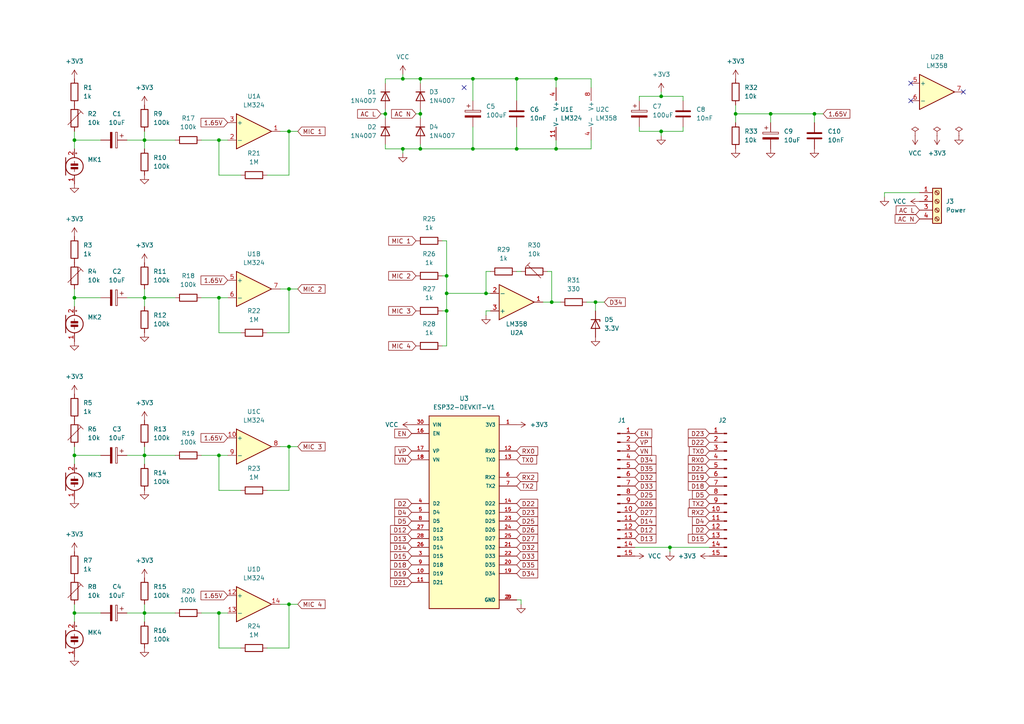
<source format=kicad_sch>
(kicad_sch (version 20211123) (generator eeschema)
  (paper "A4")
  (lib_symbols
    (symbol "Amplifier_Operational:LM324" (pin_names (offset 0.127))
      (property "Reference" "U" (at 0 5.08 0))
      (property "Value" "LM324" (at 0 -5.08 0))
      (symbol "LM324_1_1"
        (pin output line (at 7.62 0 180) (length 2.54) (name "~") (number "1"))
        (pin input line (at -7.62 -2.54 0) (length 2.54) (name "-") (number "2"))
        (pin input line (at -7.62 2.54 0) (length 2.54) (name "+") (number "3"))
      )
      (symbol "LM324_2_1"
        (pin input line (at -7.62 2.54 0) (length 2.54) (name "+") (number "5"))
        (pin input line (at -7.62 -2.54 0) (length 2.54) (name "-") (number "6"))
        (pin output line (at 7.62 0 180) (length 2.54) (name "~") (number "7"))
      )
      (symbol "LM324_3_1"
        (pin input line (at -7.62 2.54 0) (length 2.54) (name "+") (number "10"))
        (pin output line (at 7.62 0 180) (length 2.54) (name "~") (number "8"))
        (pin input line (at -7.62 -2.54 0) (length 2.54) (name "-") (number "9"))
      )
      (symbol "LM324_4_1"
        (pin input line (at -7.62 2.54 0) (length 2.54) (name "+") (number "12"))
        (pin input line (at -7.62 -2.54 0) (length 2.54) (name "-") (number "13"))
        (pin output line (at 7.62 0 180) (length 2.54) (name "~") (number "14"))
      )
      (symbol "LM324_5_1"
        (pin power_in line (at -2.54 -7.62 90) (length 3.81) (name "V-") (number "11"))
        (pin power_in line (at -2.54 7.62 270) (length 3.81) (name "V+") (number "4"))
      )
    )
    (symbol "Amplifier_Operational:LM358" (pin_names (offset 0.127))
      (property "Reference" "U" (at 0 5.08 0))
      (property "Value" "LM358" (at 0 -5.08 0))
      (symbol "LM358_1_1"
        (pin output line (at 7.62 0 180) (length 2.54) (name "~") (number "1"))
        (pin input line (at -7.62 -2.54 0) (length 2.54) (name "-") (number "2"))
        (pin input line (at -7.62 2.54 0) (length 2.54) (name "+") (number "3"))
      )
      (symbol "LM358_2_1"
        (pin input line (at -7.62 2.54 0) (length 2.54) (name "+") (number "5"))
        (pin input line (at -7.62 -2.54 0) (length 2.54) (name "-") (number "6"))
        (pin output line (at 7.62 0 180) (length 2.54) (name "~") (number "7"))
      )
      (symbol "LM358_3_1"
        (pin power_in line (at -2.54 -7.62 90) (length 3.81) (name "V-") (number "4"))
        (pin power_in line (at -2.54 7.62 270) (length 3.81) (name "V+") (number "8"))
      )
    )
    (symbol "Connector:Conn_01x15_Male" (pin_names (offset 1.016) hide)
      (property "Reference" "J" (at 0 20.32 0))
      (property "Value" "Conn_01x15_Male" (at 0 -20.32 0))
      (symbol "Conn_01x15_Male_1_1"
        (pin passive line (at 5.08 17.78 180) (length 3.81) (name "Pin_1") (number "1"))
        (pin passive line (at 5.08 -5.08 180) (length 3.81) (name "Pin_10") (number "10"))
        (pin passive line (at 5.08 -7.62 180) (length 3.81) (name "Pin_11") (number "11"))
        (pin passive line (at 5.08 -10.16 180) (length 3.81) (name "Pin_12") (number "12"))
        (pin passive line (at 5.08 -12.7 180) (length 3.81) (name "Pin_13") (number "13"))
        (pin passive line (at 5.08 -15.24 180) (length 3.81) (name "Pin_14") (number "14"))
        (pin passive line (at 5.08 -17.78 180) (length 3.81) (name "Pin_15") (number "15"))
        (pin passive line (at 5.08 15.24 180) (length 3.81) (name "Pin_2") (number "2"))
        (pin passive line (at 5.08 12.7 180) (length 3.81) (name "Pin_3") (number "3"))
        (pin passive line (at 5.08 10.16 180) (length 3.81) (name "Pin_4") (number "4"))
        (pin passive line (at 5.08 7.62 180) (length 3.81) (name "Pin_5") (number "5"))
        (pin passive line (at 5.08 5.08 180) (length 3.81) (name "Pin_6") (number "6"))
        (pin passive line (at 5.08 2.54 180) (length 3.81) (name "Pin_7") (number "7"))
        (pin passive line (at 5.08 0 180) (length 3.81) (name "Pin_8") (number "8"))
        (pin passive line (at 5.08 -2.54 180) (length 3.81) (name "Pin_9") (number "9"))
      )
    )
    (symbol "Connector:Screw_Terminal_01x04" (pin_names (offset 1.016) hide)
      (property "Reference" "J" (at 0 5.08 0))
      (property "Value" "Screw_Terminal_01x04" (at 0 -7.62 0))
      (symbol "Screw_Terminal_01x04_1_1"
        (pin passive line (at -5.08 2.54 0) (length 3.81) (name "Pin_1") (number "1"))
        (pin passive line (at -5.08 0 0) (length 3.81) (name "Pin_2") (number "2"))
        (pin passive line (at -5.08 -2.54 0) (length 3.81) (name "Pin_3") (number "3"))
        (pin passive line (at -5.08 -5.08 0) (length 3.81) (name "Pin_4") (number "4"))
      )
    )
    (symbol "Device:C" (pin_numbers hide) (pin_names (offset 0.254))
      (property "Reference" "C" (at 0.635 2.54 0))
      (property "Value" "C" (at 0.635 -2.54 0))
      (symbol "C_1_1"
        (pin passive line (at 0 3.81 270) (length 2.794) (name "~") (number "1"))
        (pin passive line (at 0 -3.81 90) (length 2.794) (name "~") (number "2"))
      )
    )
    (symbol "Device:C_Polarized" (pin_numbers hide) (pin_names (offset 0.254))
      (property "Reference" "C" (at 0.635 2.54 0))
      (property "Value" "C_Polarized" (at 0.635 -2.54 0))
      (symbol "C_Polarized_1_1"
        (pin passive line (at 0 3.81 270) (length 2.794) (name "~") (number "1"))
        (pin passive line (at 0 -3.81 90) (length 2.794) (name "~") (number "2"))
      )
    )
    (symbol "Device:D_Zener" (pin_numbers hide) (pin_names (offset 1.016) hide)
      (property "Reference" "D" (at 0 2.54 0))
      (property "Value" "D_Zener" (at 0 -2.54 0))
      (symbol "D_Zener_1_1"
        (pin passive line (at -3.81 0 0) (length 2.54) (name "K") (number "1"))
        (pin passive line (at 3.81 0 180) (length 2.54) (name "A") (number "2"))
      )
    )
    (symbol "Device:Microphone_Condenser" (pin_names (offset 0.0254) hide)
      (property "Reference" "MK" (at -3.302 1.27 0))
      (property "Value" "Microphone_Condenser" (at -3.302 -0.635 0))
      (symbol "Microphone_Condenser_1_1"
        (pin passive line (at 0 -5.08 90) (length 2.54) (name "-") (number "1"))
        (pin passive line (at 0 5.08 270) (length 2.54) (name "+") (number "2"))
      )
    )
    (symbol "Device:R" (pin_numbers hide) (pin_names (offset 0))
      (property "Reference" "R" (at 2.032 0 90))
      (property "Value" "R" (at 0 0 90))
      (symbol "R_1_1"
        (pin passive line (at 0 3.81 270) (length 1.27) (name "~") (number "1"))
        (pin passive line (at 0 -3.81 90) (length 1.27) (name "~") (number "2"))
      )
    )
    (symbol "Device:R_Trim" (pin_numbers hide) (pin_names (offset 0))
      (property "Reference" "R" (at 2.54 -2.54 90))
      (property "Value" "R_Trim" (at -2.54 -0.635 90))
      (symbol "R_Trim_1_1"
        (pin passive line (at 0 3.81 270) (length 1.27) (name "~") (number "1"))
        (pin passive line (at 0 -3.81 90) (length 1.27) (name "~") (number "2"))
      )
    )
    (symbol "Diode:1N4007" (pin_numbers hide) (pin_names (offset 1.016) hide)
      (property "Reference" "D" (at 0 2.54 0))
      (property "Value" "1N4007" (at 0 -2.54 0))
      (symbol "1N4007_1_1"
        (pin passive line (at -3.81 0 0) (length 2.54) (name "K") (number "1"))
        (pin passive line (at 3.81 0 180) (length 2.54) (name "A") (number "2"))
      )
    )
    (symbol "ESP32-DEVKIT-V1:ESP32-DEVKIT-V1" (pin_names (offset 1.016))
      (property "Reference" "U" (at -10.16 30.48 0))
      (property "Value" "ESP32-DEVKIT-V1" (at -10.16 -30.48 0))
      (symbol "ESP32-DEVKIT-V1_0_0"
        (pin output line (at 15.24 25.4 180) (length 5.08) (name "3V3") (number "1"))
        (pin bidirectional line (at -15.24 -17.78 0) (length 5.08) (name "D19") (number "10"))
        (pin bidirectional line (at -15.24 -20.32 0) (length 5.08) (name "D21") (number "11"))
        (pin input line (at 15.24 17.78 180) (length 5.08) (name "RX0") (number "12"))
        (pin output line (at 15.24 15.24 180) (length 5.08) (name "TX0") (number "13"))
        (pin bidirectional line (at 15.24 2.54 180) (length 5.08) (name "D22") (number "14"))
        (pin bidirectional line (at 15.24 0 180) (length 5.08) (name "D23") (number "15"))
        (pin input line (at -15.24 22.86 0) (length 5.08) (name "EN") (number "16"))
        (pin bidirectional line (at -15.24 17.78 0) (length 5.08) (name "VP") (number "17"))
        (pin bidirectional line (at -15.24 15.24 0) (length 5.08) (name "VN") (number "18"))
        (pin bidirectional line (at 15.24 -17.78 180) (length 5.08) (name "D34") (number "19"))
        (pin power_in line (at 15.24 -25.4 180) (length 5.08) (name "GND") (number "2"))
        (pin bidirectional line (at 15.24 -15.24 180) (length 5.08) (name "D35") (number "20"))
        (pin bidirectional line (at 15.24 -10.16 180) (length 5.08) (name "D32") (number "21"))
        (pin bidirectional line (at 15.24 -12.7 180) (length 5.08) (name "D33") (number "22"))
        (pin bidirectional line (at 15.24 -2.54 180) (length 5.08) (name "D25") (number "23"))
        (pin bidirectional line (at 15.24 -5.08 180) (length 5.08) (name "D26") (number "24"))
        (pin bidirectional line (at 15.24 -7.62 180) (length 5.08) (name "D27") (number "25"))
        (pin bidirectional line (at -15.24 -10.16 0) (length 5.08) (name "D14") (number "26"))
        (pin bidirectional line (at -15.24 -5.08 0) (length 5.08) (name "D12") (number "27"))
        (pin bidirectional line (at -15.24 -7.62 0) (length 5.08) (name "D13") (number "28"))
        (pin power_in line (at 15.24 -25.4 180) (length 5.08) (name "GND") (number "29"))
        (pin bidirectional line (at -15.24 -12.7 0) (length 5.08) (name "D15") (number "3"))
        (pin input line (at -15.24 25.4 0) (length 5.08) (name "VIN") (number "30"))
        (pin bidirectional line (at -15.24 2.54 0) (length 5.08) (name "D2") (number "4"))
        (pin bidirectional line (at -15.24 0 0) (length 5.08) (name "D4") (number "5"))
        (pin input line (at 15.24 10.16 180) (length 5.08) (name "RX2") (number "6"))
        (pin output line (at 15.24 7.62 180) (length 5.08) (name "TX2") (number "7"))
        (pin bidirectional line (at -15.24 -2.54 0) (length 5.08) (name "D5") (number "8"))
        (pin bidirectional line (at -15.24 -15.24 0) (length 5.08) (name "D18") (number "9"))
      )
    )
    (symbol "power:+3.3V" (power) (pin_names (offset 0))
      (property "Value" "+3.3V" (at 0 3.556 0))
      (symbol "+3.3V_1_1"
        (pin power_in line (at 0 0 90) (length 0) hide (name "+3V3") (number "1"))
      )
    )
    (symbol "power:GND" (power) (pin_names (offset 0))
      (property "Value" "GND" (at 0 -3.81 0))
      (symbol "GND_1_1"
        (pin power_in line (at 0 0 270) (length 0) hide (name "GND") (number "1"))
      )
    )
    (symbol "power:PWR_FLAG" (power) (pin_numbers hide) (pin_names (offset 0) hide)
      (property "Value" "PWR_FLAG" (at 0 3.81 0))
      (symbol "PWR_FLAG_0_0"
        (pin power_out line (at 0 0 90) (length 0) (name "pwr") (number "1"))
      )
    )
    (symbol "power:VCC" (power) (pin_names (offset 0))
      (property "Value" "VCC" (at 0 3.81 0))
      (symbol "VCC_1_1"
        (pin power_in line (at 0 0 90) (length 0) hide (name "VCC") (number "1"))
      )
    )
  )
  (junction (at 21.59 177.8))
  (junction (at 116.84 22.86))
  (junction (at 149.86 22.86))
  (junction (at 194.31 158.75))
  (junction (at 223.52 33.02))
  (junction (at 41.91 177.8))
  (junction (at 191.77 27.94))
  (junction (at 63.5 177.8))
  (junction (at 137.16 43.18))
  (junction (at 121.92 22.86))
  (junction (at 63.5 132.08))
  (junction (at 137.16 22.86))
  (junction (at 116.84 43.18))
  (junction (at 121.92 43.18))
  (junction (at 129.54 90.17))
  (junction (at 172.72 87.63))
  (junction (at 213.36 33.02))
  (junction (at 129.54 85.09))
  (junction (at 140.97 85.09))
  (junction (at 236.22 33.02))
  (junction (at 41.91 132.08))
  (junction (at 21.59 40.64))
  (junction (at 41.91 86.36))
  (junction (at 191.77 38.1))
  (junction (at 83.82 175.26))
  (junction (at 83.82 83.82))
  (junction (at 21.59 132.08))
  (junction (at 160.02 87.63))
  (junction (at 63.5 40.64))
  (junction (at 83.82 38.1))
  (junction (at 161.29 43.18))
  (junction (at 121.92 33.02))
  (junction (at 41.91 40.64))
  (junction (at 83.82 129.54))
  (junction (at 161.29 22.86))
  (junction (at 129.54 80.01))
  (junction (at 21.59 86.36))
  (junction (at 63.5 86.36))
  (junction (at 149.86 43.18))
  (junction (at 111.76 33.02))
  (no_connect (at 264.16 29.21))
  (no_connect (at 264.16 24.13))
  (no_connect (at 279.4 26.67))
  (no_connect (at 134.62 25.4))
  (wire (pts (xy 83.82 38.1) (xy 81.28 38.1)))
  (wire (pts (xy 63.5 187.96) (xy 63.5 177.8)))
  (wire (pts (xy 223.52 33.02) (xy 223.52 35.56)))
  (wire (pts (xy 77.47 142.24) (xy 83.82 142.24)))
  (wire (pts (xy 21.59 40.64) (xy 21.59 43.18)))
  (wire (pts (xy 137.16 29.21) (xy 137.16 22.86)))
  (wire (pts (xy 21.59 132.08) (xy 21.59 134.62)))
  (wire (pts (xy 160.02 87.63) (xy 157.48 87.63)))
  (wire (pts (xy 121.92 22.86) (xy 121.92 24.13)))
  (wire (pts (xy 21.59 132.08) (xy 29.21 132.08)))
  (wire (pts (xy 111.76 41.91) (xy 111.76 43.18)))
  (wire (pts (xy 191.77 27.94) (xy 198.12 27.94)))
  (wire (pts (xy 198.12 27.94) (xy 198.12 29.21)))
  (wire (pts (xy 140.97 91.44) (xy 140.97 90.17)))
  (wire (pts (xy 21.59 86.36) (xy 21.59 88.9)))
  (wire (pts (xy 185.42 38.1) (xy 191.77 38.1)))
  (wire (pts (xy 184.15 158.75) (xy 194.31 158.75)))
  (wire (pts (xy 83.82 142.24) (xy 83.82 129.54)))
  (wire (pts (xy 41.91 38.1) (xy 41.91 40.64)))
  (wire (pts (xy 129.54 85.09) (xy 129.54 80.01)))
  (wire (pts (xy 111.76 31.75) (xy 111.76 33.02)))
  (wire (pts (xy 120.65 33.02) (xy 121.92 33.02)))
  (wire (pts (xy 116.84 43.18) (xy 116.84 44.45)))
  (wire (pts (xy 121.92 33.02) (xy 121.92 34.29)))
  (wire (pts (xy 21.59 38.1) (xy 21.59 40.64)))
  (wire (pts (xy 77.47 96.52) (xy 83.82 96.52)))
  (wire (pts (xy 41.91 129.54) (xy 41.91 132.08)))
  (wire (pts (xy 21.59 175.26) (xy 21.59 177.8)))
  (wire (pts (xy 83.82 38.1) (xy 86.36 38.1)))
  (wire (pts (xy 41.91 177.8) (xy 41.91 180.34)))
  (wire (pts (xy 213.36 30.48) (xy 213.36 33.02)))
  (wire (pts (xy 41.91 40.64) (xy 41.91 43.18)))
  (wire (pts (xy 185.42 36.83) (xy 185.42 38.1)))
  (wire (pts (xy 140.97 90.17) (xy 142.24 90.17)))
  (wire (pts (xy 83.82 129.54) (xy 86.36 129.54)))
  (wire (pts (xy 121.92 22.86) (xy 137.16 22.86)))
  (wire (pts (xy 111.76 24.13) (xy 111.76 22.86)))
  (wire (pts (xy 83.82 175.26) (xy 86.36 175.26)))
  (wire (pts (xy 128.27 80.01) (xy 129.54 80.01)))
  (wire (pts (xy 160.02 87.63) (xy 162.56 87.63)))
  (wire (pts (xy 137.16 43.18) (xy 149.86 43.18)))
  (wire (pts (xy 36.83 132.08) (xy 41.91 132.08)))
  (wire (pts (xy 161.29 43.18) (xy 149.86 43.18)))
  (wire (pts (xy 36.83 177.8) (xy 41.91 177.8)))
  (wire (pts (xy 83.82 175.26) (xy 81.28 175.26)))
  (wire (pts (xy 140.97 78.74) (xy 142.24 78.74)))
  (wire (pts (xy 128.27 100.33) (xy 129.54 100.33)))
  (wire (pts (xy 129.54 90.17) (xy 129.54 85.09)))
  (wire (pts (xy 129.54 85.09) (xy 140.97 85.09)))
  (wire (pts (xy 236.22 33.02) (xy 238.76 33.02)))
  (wire (pts (xy 161.29 22.86) (xy 171.45 22.86)))
  (wire (pts (xy 137.16 22.86) (xy 149.86 22.86)))
  (wire (pts (xy 191.77 38.1) (xy 198.12 38.1)))
  (wire (pts (xy 110.49 33.02) (xy 111.76 33.02)))
  (wire (pts (xy 69.85 50.8) (xy 63.5 50.8)))
  (wire (pts (xy 236.22 33.02) (xy 236.22 35.56)))
  (wire (pts (xy 140.97 78.74) (xy 140.97 85.09)))
  (wire (pts (xy 171.45 43.18) (xy 161.29 43.18)))
  (wire (pts (xy 116.84 43.18) (xy 121.92 43.18)))
  (wire (pts (xy 41.91 40.64) (xy 50.8 40.64)))
  (wire (pts (xy 151.13 173.99) (xy 149.86 173.99)))
  (wire (pts (xy 77.47 187.96) (xy 83.82 187.96)))
  (wire (pts (xy 149.86 36.83) (xy 149.86 43.18)))
  (wire (pts (xy 129.54 80.01) (xy 129.54 69.85)))
  (wire (pts (xy 36.83 86.36) (xy 41.91 86.36)))
  (wire (pts (xy 63.5 40.64) (xy 66.04 40.64)))
  (wire (pts (xy 158.75 78.74) (xy 160.02 78.74)))
  (wire (pts (xy 170.18 87.63) (xy 172.72 87.63)))
  (wire (pts (xy 121.92 43.18) (xy 121.92 41.91)))
  (wire (pts (xy 116.84 21.59) (xy 116.84 22.86)))
  (wire (pts (xy 121.92 31.75) (xy 121.92 33.02)))
  (wire (pts (xy 58.42 132.08) (xy 63.5 132.08)))
  (wire (pts (xy 116.84 22.86) (xy 121.92 22.86)))
  (wire (pts (xy 194.31 158.75) (xy 194.31 160.02)))
  (wire (pts (xy 185.42 27.94) (xy 191.77 27.94)))
  (wire (pts (xy 223.52 33.02) (xy 236.22 33.02)))
  (wire (pts (xy 137.16 36.83) (xy 137.16 43.18)))
  (wire (pts (xy 129.54 69.85) (xy 128.27 69.85)))
  (wire (pts (xy 171.45 40.64) (xy 171.45 43.18)))
  (wire (pts (xy 111.76 22.86) (xy 116.84 22.86)))
  (wire (pts (xy 172.72 87.63) (xy 175.26 87.63)))
  (wire (pts (xy 256.54 57.15) (xy 256.54 55.88)))
  (wire (pts (xy 41.91 175.26) (xy 41.91 177.8)))
  (wire (pts (xy 185.42 29.21) (xy 185.42 27.94)))
  (wire (pts (xy 41.91 86.36) (xy 50.8 86.36)))
  (wire (pts (xy 63.5 132.08) (xy 66.04 132.08)))
  (wire (pts (xy 63.5 86.36) (xy 66.04 86.36)))
  (wire (pts (xy 83.82 96.52) (xy 83.82 83.82)))
  (wire (pts (xy 63.5 50.8) (xy 63.5 40.64)))
  (wire (pts (xy 128.27 90.17) (xy 129.54 90.17)))
  (wire (pts (xy 83.82 50.8) (xy 83.82 38.1)))
  (wire (pts (xy 161.29 40.64) (xy 161.29 43.18)))
  (wire (pts (xy 198.12 36.83) (xy 198.12 38.1)))
  (wire (pts (xy 149.86 22.86) (xy 161.29 22.86)))
  (wire (pts (xy 41.91 132.08) (xy 50.8 132.08)))
  (wire (pts (xy 191.77 27.94) (xy 191.77 26.67)))
  (wire (pts (xy 83.82 129.54) (xy 81.28 129.54)))
  (wire (pts (xy 21.59 177.8) (xy 29.21 177.8)))
  (wire (pts (xy 21.59 129.54) (xy 21.59 132.08)))
  (wire (pts (xy 140.97 85.09) (xy 142.24 85.09)))
  (wire (pts (xy 63.5 142.24) (xy 63.5 132.08)))
  (wire (pts (xy 41.91 86.36) (xy 41.91 88.9)))
  (wire (pts (xy 69.85 142.24) (xy 63.5 142.24)))
  (wire (pts (xy 69.85 96.52) (xy 63.5 96.52)))
  (wire (pts (xy 137.16 43.18) (xy 121.92 43.18)))
  (wire (pts (xy 256.54 55.88) (xy 266.7 55.88)))
  (wire (pts (xy 151.13 175.26) (xy 151.13 173.99)))
  (wire (pts (xy 41.91 132.08) (xy 41.91 134.62)))
  (wire (pts (xy 69.85 187.96) (xy 63.5 187.96)))
  (wire (pts (xy 41.91 83.82) (xy 41.91 86.36)))
  (wire (pts (xy 21.59 177.8) (xy 21.59 180.34)))
  (wire (pts (xy 191.77 38.1) (xy 191.77 39.37)))
  (wire (pts (xy 172.72 87.63) (xy 172.72 90.17)))
  (wire (pts (xy 21.59 86.36) (xy 29.21 86.36)))
  (wire (pts (xy 41.91 177.8) (xy 50.8 177.8)))
  (wire (pts (xy 58.42 177.8) (xy 63.5 177.8)))
  (wire (pts (xy 63.5 96.52) (xy 63.5 86.36)))
  (wire (pts (xy 21.59 40.64) (xy 29.21 40.64)))
  (wire (pts (xy 149.86 78.74) (xy 151.13 78.74)))
  (wire (pts (xy 77.47 50.8) (xy 83.82 50.8)))
  (wire (pts (xy 63.5 177.8) (xy 66.04 177.8)))
  (wire (pts (xy 161.29 22.86) (xy 161.29 25.4)))
  (wire (pts (xy 58.42 86.36) (xy 63.5 86.36)))
  (wire (pts (xy 194.31 158.75) (xy 205.74 158.75)))
  (wire (pts (xy 21.59 83.82) (xy 21.59 86.36)))
  (wire (pts (xy 160.02 78.74) (xy 160.02 87.63)))
  (wire (pts (xy 213.36 33.02) (xy 223.52 33.02)))
  (wire (pts (xy 171.45 22.86) (xy 171.45 25.4)))
  (wire (pts (xy 111.76 43.18) (xy 116.84 43.18)))
  (wire (pts (xy 111.76 33.02) (xy 111.76 34.29)))
  (wire (pts (xy 83.82 83.82) (xy 86.36 83.82)))
  (wire (pts (xy 36.83 40.64) (xy 41.91 40.64)))
  (wire (pts (xy 213.36 33.02) (xy 213.36 35.56)))
  (wire (pts (xy 129.54 100.33) (xy 129.54 90.17)))
  (wire (pts (xy 149.86 29.21) (xy 149.86 22.86)))
  (wire (pts (xy 83.82 187.96) (xy 83.82 175.26)))
  (wire (pts (xy 58.42 40.64) (xy 63.5 40.64)))
  (wire (pts (xy 83.82 83.82) (xy 81.28 83.82)))
  (global_label "D19" (shape input) (at 205.74 138.43 180) (property "Intersheet References" "${INTERSHEET_REFS}" (effects hide)))
  (global_label "AC N" (shape input) (at 266.7 63.5 180) (property "Intersheet References" "${INTERSHEET_REFS}" (effects hide)))
  (global_label "MIC 4" (shape input) (at 86.36 175.26 0) (property "Intersheet References" "${INTERSHEET_REFS}" (effects hide)))
  (global_label "D14" (shape input) (at 119.38 158.75 180) (property "Intersheet References" "${INTERSHEET_REFS}" (effects hide)))
  (global_label "D5" (shape input) (at 205.74 143.51 180) (property "Intersheet References" "${INTERSHEET_REFS}" (effects hide)))
  (global_label "D34" (shape input) (at 184.15 133.35 0) (property "Intersheet References" "${INTERSHEET_REFS}" (effects hide)))
  (global_label "D12" (shape input) (at 184.15 153.67 0) (property "Intersheet References" "${INTERSHEET_REFS}" (effects hide)))
  (global_label "MIC 2" (shape input) (at 120.65 80.01 180) (property "Intersheet References" "${INTERSHEET_REFS}" (effects hide)))
  (global_label "1.65V" (shape input) (at 66.04 81.28 180) (property "Intersheet References" "${INTERSHEET_REFS}" (effects hide)))
  (global_label "MIC 2" (shape input) (at 86.36 83.82 0) (property "Intersheet References" "${INTERSHEET_REFS}" (effects hide)))
  (global_label "D26" (shape input) (at 184.15 146.05 0) (property "Intersheet References" "${INTERSHEET_REFS}" (effects hide)))
  (global_label "D18" (shape input) (at 205.74 140.97 180) (property "Intersheet References" "${INTERSHEET_REFS}" (effects hide)))
  (global_label "VN" (shape input) (at 119.38 133.35 180) (property "Intersheet References" "${INTERSHEET_REFS}" (effects hide)))
  (global_label "AC L" (shape input) (at 266.7 60.96 180) (property "Intersheet References" "${INTERSHEET_REFS}" (effects hide)))
  (global_label "TX0" (shape input) (at 205.74 130.81 180) (property "Intersheet References" "${INTERSHEET_REFS}" (effects hide)))
  (global_label "RX2" (shape input) (at 149.86 138.43 0) (property "Intersheet References" "${INTERSHEET_REFS}" (effects hide)))
  (global_label "MIC 3" (shape input) (at 120.65 90.17 180) (property "Intersheet References" "${INTERSHEET_REFS}" (effects hide)))
  (global_label "D5" (shape input) (at 119.38 151.13 180) (property "Intersheet References" "${INTERSHEET_REFS}" (effects hide)))
  (global_label "D27" (shape input) (at 184.15 148.59 0) (property "Intersheet References" "${INTERSHEET_REFS}" (effects hide)))
  (global_label "TX2" (shape input) (at 205.74 146.05 180) (property "Intersheet References" "${INTERSHEET_REFS}" (effects hide)))
  (global_label "D19" (shape input) (at 119.38 166.37 180) (property "Intersheet References" "${INTERSHEET_REFS}" (effects hide)))
  (global_label "TX2" (shape input) (at 149.86 140.97 0) (property "Intersheet References" "${INTERSHEET_REFS}" (effects hide)))
  (global_label "D15" (shape input) (at 119.38 161.29 180) (property "Intersheet References" "${INTERSHEET_REFS}" (effects hide)))
  (global_label "1.65V" (shape input) (at 66.04 35.56 180) (property "Intersheet References" "${INTERSHEET_REFS}" (effects hide)))
  (global_label "AC N" (shape input) (at 120.65 33.02 180) (property "Intersheet References" "${INTERSHEET_REFS}" (effects hide)))
  (global_label "TX0" (shape input) (at 149.86 133.35 0) (property "Intersheet References" "${INTERSHEET_REFS}" (effects hide)))
  (global_label "D32" (shape input) (at 149.86 158.75 0) (property "Intersheet References" "${INTERSHEET_REFS}" (effects hide)))
  (global_label "VP" (shape input) (at 184.15 128.27 0) (property "Intersheet References" "${INTERSHEET_REFS}" (effects hide)))
  (global_label "VN" (shape input) (at 184.15 130.81 0) (property "Intersheet References" "${INTERSHEET_REFS}" (effects hide)))
  (global_label "D2" (shape input) (at 205.74 153.67 180) (property "Intersheet References" "${INTERSHEET_REFS}" (effects hide)))
  (global_label "1.65V" (shape input) (at 66.04 172.72 180) (property "Intersheet References" "${INTERSHEET_REFS}" (effects hide)))
  (global_label "D32" (shape input) (at 184.15 138.43 0) (property "Intersheet References" "${INTERSHEET_REFS}" (effects hide)))
  (global_label "D22" (shape input) (at 149.86 146.05 0) (property "Intersheet References" "${INTERSHEET_REFS}" (effects hide)))
  (global_label "D13" (shape input) (at 184.15 156.21 0) (property "Intersheet References" "${INTERSHEET_REFS}" (effects hide)))
  (global_label "RX0" (shape input) (at 205.74 133.35 180) (property "Intersheet References" "${INTERSHEET_REFS}" (effects hide)))
  (global_label "D12" (shape input) (at 119.38 153.67 180) (property "Intersheet References" "${INTERSHEET_REFS}" (effects hide)))
  (global_label "1.65V" (shape input) (at 238.76 33.02 0) (property "Intersheet References" "${INTERSHEET_REFS}" (effects hide)))
  (global_label "D34" (shape input) (at 175.26 87.63 0) (property "Intersheet References" "${INTERSHEET_REFS}" (effects hide)))
  (global_label "D27" (shape input) (at 149.86 156.21 0) (property "Intersheet References" "${INTERSHEET_REFS}" (effects hide)))
  (global_label "EN" (shape input) (at 119.38 125.73 180) (property "Intersheet References" "${INTERSHEET_REFS}" (effects hide)))
  (global_label "D4" (shape input) (at 119.38 148.59 180) (property "Intersheet References" "${INTERSHEET_REFS}" (effects hide)))
  (global_label "D25" (shape input) (at 149.86 151.13 0) (property "Intersheet References" "${INTERSHEET_REFS}" (effects hide)))
  (global_label "D23" (shape input) (at 205.74 125.73 180) (property "Intersheet References" "${INTERSHEET_REFS}" (effects hide)))
  (global_label "D34" (shape input) (at 149.86 166.37 0) (property "Intersheet References" "${INTERSHEET_REFS}" (effects hide)))
  (global_label "D33" (shape input) (at 149.86 161.29 0) (property "Intersheet References" "${INTERSHEET_REFS}" (effects hide)))
  (global_label "VP" (shape input) (at 119.38 130.81 180) (property "Intersheet References" "${INTERSHEET_REFS}" (effects hide)))
  (global_label "MIC 1" (shape input) (at 120.65 69.85 180) (property "Intersheet References" "${INTERSHEET_REFS}" (effects hide)))
  (global_label "RX0" (shape input) (at 149.86 130.81 0) (property "Intersheet References" "${INTERSHEET_REFS}" (effects hide)))
  (global_label "D4" (shape input) (at 205.74 151.13 180) (property "Intersheet References" "${INTERSHEET_REFS}" (effects hide)))
  (global_label "D15" (shape input) (at 205.74 156.21 180) (property "Intersheet References" "${INTERSHEET_REFS}" (effects hide)))
  (global_label "MIC 4" (shape input) (at 120.65 100.33 180) (property "Intersheet References" "${INTERSHEET_REFS}" (effects hide)))
  (global_label "MIC 3" (shape input) (at 86.36 129.54 0) (property "Intersheet References" "${INTERSHEET_REFS}" (effects hide)))
  (global_label "D18" (shape input) (at 119.38 163.83 180) (property "Intersheet References" "${INTERSHEET_REFS}" (effects hide)))
  (global_label "D26" (shape input) (at 149.86 153.67 0) (property "Intersheet References" "${INTERSHEET_REFS}" (effects hide)))
  (global_label "D14" (shape input) (at 184.15 151.13 0) (property "Intersheet References" "${INTERSHEET_REFS}" (effects hide)))
  (global_label "D35" (shape input) (at 149.86 163.83 0) (property "Intersheet References" "${INTERSHEET_REFS}" (effects hide)))
  (global_label "D21" (shape input) (at 205.74 135.89 180) (property "Intersheet References" "${INTERSHEET_REFS}" (effects hide)))
  (global_label "D25" (shape input) (at 184.15 143.51 0) (property "Intersheet References" "${INTERSHEET_REFS}" (effects hide)))
  (global_label "D21" (shape input) (at 119.38 168.91 180) (property "Intersheet References" "${INTERSHEET_REFS}" (effects hide)))
  (global_label "EN" (shape input) (at 184.15 125.73 0) (property "Intersheet References" "${INTERSHEET_REFS}" (effects hide)))
  (global_label "D23" (shape input) (at 149.86 148.59 0) (property "Intersheet References" "${INTERSHEET_REFS}" (effects hide)))
  (global_label "D33" (shape input) (at 184.15 140.97 0) (property "Intersheet References" "${INTERSHEET_REFS}" (effects hide)))
  (global_label "1.65V" (shape input) (at 66.04 127 180) (property "Intersheet References" "${INTERSHEET_REFS}" (effects hide)))
  (global_label "AC L" (shape input) (at 110.49 33.02 180) (property "Intersheet References" "${INTERSHEET_REFS}" (effects hide)))
  (global_label "MIC 1" (shape input) (at 86.36 38.1 0) (property "Intersheet References" "${INTERSHEET_REFS}" (effects hide)))
  (global_label "D2" (shape input) (at 119.38 146.05 180) (property "Intersheet References" "${INTERSHEET_REFS}" (effects hide)))
  (global_label "D35" (shape input) (at 184.15 135.89 0) (property "Intersheet References" "${INTERSHEET_REFS}" (effects hide)))
  (global_label "RX2" (shape input) (at 205.74 148.59 180) (property "Intersheet References" "${INTERSHEET_REFS}" (effects hide)))
  (global_label "D13" (shape input) (at 119.38 156.21 180) (property "Intersheet References" "${INTERSHEET_REFS}" (effects hide)))
  (global_label "D22" (shape input) (at 205.74 128.27 180) (property "Intersheet References" "${INTERSHEET_REFS}" (effects hide)))
  (symbol (lib_id "power:GND") (at 213.36 43.18 0) (unit 1)
    (property "Reference" "#PWR030" (effects hide))
    (property "Value" "GND" (effects hide))
  )
  (symbol (lib_id "Device:R") (at 41.91 138.43 0) (unit 1)
    (property "Reference" "R14" (at 44.45 137.1599 0) (effects (justify left)))
    (property "Value" "100k" (at 44.45 139.6999 0) (effects (justify left)))
    (property "Footprint" "Resistor_THT:R_Axial_DIN0207_L6.3mm_D2.5mm_P7.62mm_Horizontal" (effects hide))
  )
  (symbol (lib_id "power:+3.3V") (at 41.91 76.2 0) (unit 1)
    (property "Reference" "#PWR011" (effects hide))
    (property "Value" "+3.3V" (at 41.91 71.12 0))
  )
  (symbol (lib_id "power:VCC") (at 119.38 123.19 90) (unit 1)
    (property "Reference" "#PWR019" (effects hide))
    (property "Value" "VCC" (at 115.57 123.1899 90) (effects (justify left)))
  )
  (symbol (lib_id "Device:R") (at 166.37 87.63 90) (unit 1)
    (property "Reference" "R31" (at 166.37 81.28 90))
    (property "Value" "330" (at 166.37 83.82 90))
    (property "Footprint" "Resistor_THT:R_Axial_DIN0207_L6.3mm_D2.5mm_P7.62mm_Horizontal" (effects hide))
  )
  (symbol (lib_id "Device:R") (at 21.59 26.67 0) (unit 1)
    (property "Reference" "R1" (at 24.13 25.3999 0) (effects (justify left)))
    (property "Value" "1k" (at 24.13 27.9399 0) (effects (justify left)))
    (property "Footprint" "Resistor_THT:R_Axial_DIN0207_L6.3mm_D2.5mm_P7.62mm_Horizontal" (effects hide))
  )
  (symbol (lib_id "Device:R_Trim") (at 21.59 171.45 0) (unit 1)
    (property "Reference" "R8" (at 25.4 170.1799 0) (effects (justify left)))
    (property "Value" "10k" (at 25.4 172.7199 0) (effects (justify left)))
    (property "Footprint" "Potentiometer_THT:Potentiometer_Runtron_RM-065_Vertical" (effects hide))
  )
  (symbol (lib_id "Amplifier_Operational:LM358") (at 271.78 26.67 0) (unit 2)
    (property "Reference" "U2" (at 271.78 16.51 0))
    (property "Value" "LM358" (at 271.78 19.05 0))
    (property "Footprint" "Package_DIP:DIP-8_W7.62mm_Socket" (effects hide))
    (property "Datasheet" "http://www.ti.com/lit/ds/symlink/lm2904-n.pdf" (effects hide))
  )
  (symbol (lib_id "Connector:Conn_01x15_Male") (at 210.82 143.51 0) (mirror y) (unit 1)
    (property "Reference" "J2" (at 209.55 121.92 0))
    (property "Value" "Conn_01x15_Male" (effects hide))
    (property "Footprint" "Connector_PinHeader_2.54mm:PinHeader_1x15_P2.54mm_Vertical" (effects hide))
  )
  (symbol (lib_id "Device:Microphone_Condenser") (at 21.59 48.26 0) (unit 1)
    (property "Reference" "MK1" (at 25.4 46.2914 0) (effects (justify left)))
    (property "Value" "Microphone_Condenser" (effects hide))
    (property "Footprint" "Connector_PinHeader_2.54mm:PinHeader_1x02_P2.54mm_Vertical" (effects hide))
  )
  (symbol (lib_id "Device:R") (at 41.91 46.99 0) (unit 1)
    (property "Reference" "R10" (at 44.45 45.7199 0) (effects (justify left)))
    (property "Value" "100k" (at 44.45 48.2599 0) (effects (justify left)))
    (property "Footprint" "Resistor_THT:R_Axial_DIN0207_L6.3mm_D2.5mm_P7.62mm_Horizontal" (effects hide))
  )
  (symbol (lib_id "power:GND") (at 41.91 50.8 0) (unit 1)
    (property "Reference" "#PWR010" (effects hide))
    (property "Value" "GND" (effects hide))
  )
  (symbol (lib_id "Device:R") (at 213.36 26.67 0) (unit 1)
    (property "Reference" "R32" (at 215.9 25.3999 0) (effects (justify left)))
    (property "Value" "10k" (at 215.9 27.9399 0) (effects (justify left)))
    (property "Footprint" "Resistor_THT:R_Axial_DIN0207_L6.3mm_D2.5mm_P7.62mm_Horizontal" (effects hide))
  )
  (symbol (lib_id "Amplifier_Operational:LM324") (at 73.66 175.26 0) (unit 4)
    (property "Reference" "U1" (at 73.66 165.1 0))
    (property "Value" "LM324" (at 73.66 167.64 0))
    (property "Footprint" "Package_DIP:DIP-14_W7.62mm_Socket" (effects hide))
    (property "Datasheet" "http://www.ti.com/lit/ds/symlink/lm2902-n.pdf" (effects hide))
  )
  (symbol (lib_id "Device:R") (at 41.91 92.71 0) (unit 1)
    (property "Reference" "R12" (at 44.45 91.4399 0) (effects (justify left)))
    (property "Value" "100k" (at 44.45 93.9799 0) (effects (justify left)))
    (property "Footprint" "Resistor_THT:R_Axial_DIN0207_L6.3mm_D2.5mm_P7.62mm_Horizontal" (effects hide))
  )
  (symbol (lib_id "power:GND") (at 41.91 96.52 0) (unit 1)
    (property "Reference" "#PWR012" (effects hide))
    (property "Value" "GND" (effects hide))
  )
  (symbol (lib_id "Device:R") (at 41.91 171.45 0) (unit 1)
    (property "Reference" "R15" (at 44.45 170.1799 0) (effects (justify left)))
    (property "Value" "100k" (at 44.45 172.7199 0) (effects (justify left)))
    (property "Footprint" "Resistor_THT:R_Axial_DIN0207_L6.3mm_D2.5mm_P7.62mm_Horizontal" (effects hide))
  )
  (symbol (lib_id "power:PWR_FLAG") (at 265.43 39.37 0) (unit 1)
    (property "Reference" "#FLG0102" (effects hide))
    (property "Value" "PWR_FLAG" (effects hide))
  )
  (symbol (lib_id "power:GND") (at 278.13 39.37 0) (unit 1)
    (property "Reference" "#PWR0103" (effects hide))
    (property "Value" "GND" (effects hide))
  )
  (symbol (lib_id "Diode:1N4007") (at 121.92 27.94 270) (unit 1)
    (property "Reference" "D3" (at 124.46 26.6699 90) (effects (justify left)))
    (property "Value" "1N4007" (at 124.46 29.2099 90) (effects (justify left)))
    (property "Footprint" "Diode_THT:D_DO-41_SOD81_P7.62mm_Horizontal" (effects hide))
    (property "Datasheet" "http://www.vishay.com/docs/88503/1n4001.pdf" (effects hide))
  )
  (symbol (lib_id "Device:R") (at 54.61 86.36 90) (unit 1)
    (property "Reference" "R18" (at 54.61 80.01 90))
    (property "Value" "100k" (at 54.61 82.55 90))
    (property "Footprint" "Resistor_THT:R_Axial_DIN0207_L6.3mm_D2.5mm_P7.62mm_Horizontal" (effects hide))
  )
  (symbol (lib_id "Device:C") (at 236.22 39.37 0) (unit 1)
    (property "Reference" "C10" (at 240.03 38.0999 0) (effects (justify left)))
    (property "Value" "10nF" (at 240.03 40.6399 0) (effects (justify left)))
    (property "Footprint" "Capacitor_THT:C_Rect_L7.0mm_W2.5mm_P5.00mm" (effects hide))
  )
  (symbol (lib_id "power:GND") (at 21.59 190.5 0) (unit 1)
    (property "Reference" "#PWR08" (effects hide))
    (property "Value" "GND" (effects hide))
  )
  (symbol (lib_id "power:GND") (at 236.22 43.18 0) (unit 1)
    (property "Reference" "#PWR034" (effects hide))
    (property "Value" "GND" (effects hide))
  )
  (symbol (lib_id "Device:R") (at 73.66 96.52 90) (unit 1)
    (property "Reference" "R22" (at 73.66 90.17 90))
    (property "Value" "1M" (at 73.66 92.71 90))
    (property "Footprint" "Resistor_THT:R_Axial_DIN0207_L6.3mm_D2.5mm_P7.62mm_Horizontal" (effects hide))
  )
  (symbol (lib_id "Device:R_Trim") (at 21.59 125.73 0) (unit 1)
    (property "Reference" "R6" (at 25.4 124.4599 0) (effects (justify left)))
    (property "Value" "10k" (at 25.4 126.9999 0) (effects (justify left)))
    (property "Footprint" "Potentiometer_THT:Potentiometer_Runtron_RM-065_Vertical" (effects hide))
  )
  (symbol (lib_id "power:+3.3V") (at 191.77 26.67 0) (unit 1)
    (property "Reference" "#PWR025" (effects hide))
    (property "Value" "+3.3V" (at 191.77 21.59 0))
  )
  (symbol (lib_id "power:VCC") (at 116.84 21.59 0) (unit 1)
    (property "Reference" "#PWR021" (effects hide))
    (property "Value" "VCC" (at 116.84 16.51 0))
  )
  (symbol (lib_id "Device:C_Polarized") (at 185.42 33.02 0) (unit 1)
    (property "Reference" "C7" (at 189.23 30.8609 0) (effects (justify left)))
    (property "Value" "100uF" (at 189.23 33.4009 0) (effects (justify left)))
    (property "Footprint" "Capacitor_THT:CP_Radial_D6.3mm_P2.50mm" (effects hide))
  )
  (symbol (lib_id "Device:C_Polarized") (at 33.02 40.64 270) (unit 1)
    (property "Reference" "C1" (at 33.909 33.02 90))
    (property "Value" "10uF" (at 33.909 35.56 90))
    (property "Footprint" "Capacitor_THT:CP_Radial_D4.0mm_P1.50mm" (effects hide))
  )
  (symbol (lib_id "power:+3.3V") (at 41.91 167.64 0) (unit 1)
    (property "Reference" "#PWR015" (effects hide))
    (property "Value" "+3.3V" (at 41.91 162.56 0))
  )
  (symbol (lib_id "Amplifier_Operational:LM358") (at 173.99 33.02 0) (unit 3)
    (property "Reference" "U2" (at 172.72 31.7499 0) (effects (justify left)))
    (property "Value" "LM358" (at 172.72 34.2899 0) (effects (justify left)))
    (property "Footprint" "Package_DIP:DIP-8_W7.62mm_Socket" (effects hide))
    (property "Datasheet" "http://www.ti.com/lit/ds/symlink/lm2904-n.pdf" (effects hide))
  )
  (symbol (lib_id "power:+3.3V") (at 21.59 68.58 0) (unit 1)
    (property "Reference" "#PWR03" (effects hide))
    (property "Value" "+3.3V" (at 21.59 63.5 0))
  )
  (symbol (lib_id "Device:R") (at 54.61 40.64 90) (unit 1)
    (property "Reference" "R17" (at 54.61 34.29 90))
    (property "Value" "100k" (at 54.61 36.83 90))
    (property "Footprint" "Resistor_THT:R_Axial_DIN0207_L6.3mm_D2.5mm_P7.62mm_Horizontal" (effects hide))
  )
  (symbol (lib_id "Device:Microphone_Condenser") (at 21.59 185.42 0) (unit 1)
    (property "Reference" "MK4" (at 25.4 183.4514 0) (effects (justify left)))
    (property "Value" "Microphone_Condenser" (effects hide))
    (property "Footprint" "Connector_PinHeader_2.54mm:PinHeader_1x02_P2.54mm_Vertical" (effects hide))
  )
  (symbol (lib_id "Device:R") (at 21.59 163.83 0) (unit 1)
    (property "Reference" "R7" (at 24.13 162.5599 0) (effects (justify left)))
    (property "Value" "1k" (at 24.13 165.0999 0) (effects (justify left)))
    (property "Footprint" "Resistor_THT:R_Axial_DIN0207_L6.3mm_D2.5mm_P7.62mm_Horizontal" (effects hide))
  )
  (symbol (lib_id "Device:R") (at 73.66 187.96 90) (unit 1)
    (property "Reference" "R24" (at 73.66 181.61 90))
    (property "Value" "1M" (at 73.66 184.15 90))
    (property "Footprint" "Resistor_THT:R_Axial_DIN0207_L6.3mm_D2.5mm_P7.62mm_Horizontal" (effects hide))
  )
  (symbol (lib_id "power:GND") (at 41.91 187.96 0) (unit 1)
    (property "Reference" "#PWR016" (effects hide))
    (property "Value" "GND" (effects hide))
  )
  (symbol (lib_id "Device:R") (at 21.59 72.39 0) (unit 1)
    (property "Reference" "R3" (at 24.13 71.1199 0) (effects (justify left)))
    (property "Value" "1k" (at 24.13 73.6599 0) (effects (justify left)))
    (property "Footprint" "Resistor_THT:R_Axial_DIN0207_L6.3mm_D2.5mm_P7.62mm_Horizontal" (effects hide))
  )
  (symbol (lib_id "power:GND") (at 172.72 97.79 0) (unit 1)
    (property "Reference" "#PWR027" (effects hide))
    (property "Value" "GND" (effects hide))
  )
  (symbol (lib_id "power:GND") (at 194.31 160.02 0) (unit 1)
    (property "Reference" "#PWR031" (effects hide))
    (property "Value" "GND" (effects hide))
  )
  (symbol (lib_id "Connector:Conn_01x15_Male") (at 179.07 143.51 0) (unit 1)
    (property "Reference" "J1" (at 180.34 121.92 0))
    (property "Value" "Conn_01x15_Male" (effects hide))
    (property "Footprint" "Connector_PinHeader_2.54mm:PinHeader_1x15_P2.54mm_Vertical" (effects hide))
  )
  (symbol (lib_id "Device:R") (at 41.91 184.15 0) (unit 1)
    (property "Reference" "R16" (at 44.45 182.8799 0) (effects (justify left)))
    (property "Value" "100k" (at 44.45 185.4199 0) (effects (justify left)))
    (property "Footprint" "Resistor_THT:R_Axial_DIN0207_L6.3mm_D2.5mm_P7.62mm_Horizontal" (effects hide))
  )
  (symbol (lib_id "Amplifier_Operational:LM324") (at 73.66 83.82 0) (unit 2)
    (property "Reference" "U1" (at 73.66 73.66 0))
    (property "Value" "LM324" (at 73.66 76.2 0))
    (property "Footprint" "Package_DIP:DIP-14_W7.62mm_Socket" (effects hide))
    (property "Datasheet" "http://www.ti.com/lit/ds/symlink/lm2902-n.pdf" (effects hide))
  )
  (symbol (lib_id "power:GND") (at 140.97 91.44 0) (unit 1)
    (property "Reference" "#PWR020" (effects hide))
    (property "Value" "GND" (effects hide))
  )
  (symbol (lib_id "Device:C_Polarized") (at 33.02 177.8 270) (unit 1)
    (property "Reference" "C4" (at 33.909 170.18 90))
    (property "Value" "10uF" (at 33.909 172.72 90))
    (property "Footprint" "Capacitor_THT:CP_Radial_D4.0mm_P1.50mm" (effects hide))
  )
  (symbol (lib_id "Diode:1N4007") (at 111.76 27.94 90) (mirror x) (unit 1)
    (property "Reference" "D1" (at 109.22 26.6699 90) (effects (justify left)))
    (property "Value" "1N4007" (at 109.22 29.2099 90) (effects (justify left)))
    (property "Footprint" "Diode_THT:D_DO-41_SOD81_P7.62mm_Horizontal" (effects hide))
    (property "Datasheet" "http://www.vishay.com/docs/88503/1n4001.pdf" (effects hide))
  )
  (symbol (lib_id "Device:R_Trim") (at 154.94 78.74 90) (unit 1)
    (property "Reference" "R30" (at 154.94 71.12 90))
    (property "Value" "10k" (at 154.94 73.66 90))
    (property "Footprint" "Potentiometer_THT:Potentiometer_Runtron_RM-065_Vertical" (effects hide))
  )
  (symbol (lib_id "Device:C") (at 149.86 33.02 0) (unit 1)
    (property "Reference" "C6" (at 153.67 31.7499 0) (effects (justify left)))
    (property "Value" "10nF" (at 153.67 34.29 0) (effects (justify left)))
    (property "Footprint" "Capacitor_THT:C_Rect_L7.0mm_W2.5mm_P5.00mm" (effects hide))
  )
  (symbol (lib_id "Device:R") (at 124.46 69.85 90) (unit 1)
    (property "Reference" "R25" (at 124.46 63.5 90))
    (property "Value" "1k" (at 124.46 66.04 90))
    (property "Footprint" "Resistor_THT:R_Axial_DIN0207_L6.3mm_D2.5mm_P7.62mm_Horizontal" (effects hide))
  )
  (symbol (lib_id "power:GND") (at 116.84 44.45 0) (unit 1)
    (property "Reference" "#PWR022" (effects hide))
    (property "Value" "GND" (effects hide))
  )
  (symbol (lib_id "Device:R_Trim") (at 21.59 80.01 0) (unit 1)
    (property "Reference" "R4" (at 25.4 78.7399 0) (effects (justify left)))
    (property "Value" "10k" (at 25.4 81.2799 0) (effects (justify left)))
    (property "Footprint" "Potentiometer_THT:Potentiometer_Runtron_RM-065_Vertical" (effects hide))
  )
  (symbol (lib_id "power:GND") (at 256.54 57.15 0) (unit 1)
    (property "Reference" "#PWR017" (effects hide))
    (property "Value" "GND" (effects hide))
  )
  (symbol (lib_id "Device:R") (at 146.05 78.74 270) (unit 1)
    (property "Reference" "R29" (at 146.05 72.39 90))
    (property "Value" "1k" (at 146.05 74.93 90))
    (property "Footprint" "Resistor_THT:R_Axial_DIN0207_L6.3mm_D2.5mm_P7.62mm_Horizontal" (effects hide))
  )
  (symbol (lib_id "Amplifier_Operational:LM324") (at 73.66 129.54 0) (unit 3)
    (property "Reference" "U1" (at 73.66 119.38 0))
    (property "Value" "LM324" (at 73.66 121.92 0))
    (property "Footprint" "Package_DIP:DIP-14_W7.62mm_Socket" (effects hide))
    (property "Datasheet" "http://www.ti.com/lit/ds/symlink/lm2902-n.pdf" (effects hide))
  )
  (symbol (lib_id "power:PWR_FLAG") (at 271.78 39.37 0) (unit 1)
    (property "Reference" "#FLG0103" (effects hide))
    (property "Value" "PWR_FLAG" (effects hide))
  )
  (symbol (lib_id "Connector:Screw_Terminal_01x04") (at 271.78 58.42 0) (unit 1)
    (property "Reference" "J3" (at 274.32 58.4199 0) (effects (justify left)))
    (property "Value" "Power" (at 274.32 60.9599 0) (effects (justify left)))
    (property "Footprint" "TerminalBlock_4Ucon:TerminalBlock_4Ucon_1x04_P3.50mm_Horizontal" (effects hide))
  )
  (symbol (lib_id "power:+3.3V") (at 271.78 39.37 180) (unit 1)
    (property "Reference" "#PWR0102" (effects hide))
    (property "Value" "+3.3V" (at 271.78 44.45 0))
  )
  (symbol (lib_id "Device:R") (at 54.61 132.08 90) (unit 1)
    (property "Reference" "R19" (at 54.61 125.73 90))
    (property "Value" "100k" (at 54.61 128.27 90))
    (property "Footprint" "Resistor_THT:R_Axial_DIN0207_L6.3mm_D2.5mm_P7.62mm_Horizontal" (effects hide))
  )
  (symbol (lib_id "Device:R") (at 124.46 100.33 90) (unit 1)
    (property "Reference" "R28" (at 124.46 93.98 90))
    (property "Value" "1k" (at 124.46 96.52 90))
    (property "Footprint" "Resistor_THT:R_Axial_DIN0207_L6.3mm_D2.5mm_P7.62mm_Horizontal" (effects hide))
  )
  (symbol (lib_id "power:GND") (at 191.77 39.37 0) (unit 1)
    (property "Reference" "#PWR026" (effects hide))
    (property "Value" "GND" (effects hide))
  )
  (symbol (lib_id "Device:C") (at 198.12 33.02 0) (unit 1)
    (property "Reference" "C8" (at 201.93 31.7499 0) (effects (justify left)))
    (property "Value" "10nF" (at 201.93 34.2899 0) (effects (justify left)))
    (property "Footprint" "Capacitor_THT:C_Rect_L7.0mm_W2.5mm_P5.00mm" (effects hide))
  )
  (symbol (lib_id "Device:C_Polarized") (at 223.52 39.37 0) (unit 1)
    (property "Reference" "C9" (at 227.33 38.1 0) (effects (justify left)))
    (property "Value" "10uF" (at 227.33 40.64 0) (effects (justify left)))
    (property "Footprint" "Capacitor_THT:CP_Radial_D4.0mm_P1.50mm" (effects hide))
  )
  (symbol (lib_id "power:+3.3V") (at 21.59 160.02 0) (unit 1)
    (property "Reference" "#PWR07" (effects hide))
    (property "Value" "+3.3V" (at 21.59 154.94 0))
  )
  (symbol (lib_id "power:+3.3V") (at 149.86 123.19 270) (unit 1)
    (property "Reference" "#PWR023" (effects hide))
    (property "Value" "+3.3V" (at 153.67 123.1899 90) (effects (justify left)))
  )
  (symbol (lib_id "power:+3.3V") (at 21.59 114.3 0) (unit 1)
    (property "Reference" "#PWR05" (effects hide))
    (property "Value" "+3.3V" (at 21.59 109.22 0))
  )
  (symbol (lib_id "Device:C_Polarized") (at 33.02 86.36 270) (unit 1)
    (property "Reference" "C2" (at 33.909 78.74 90))
    (property "Value" "10uF" (at 33.909 81.28 90))
    (property "Footprint" "Capacitor_THT:CP_Radial_D4.0mm_P1.50mm" (effects hide))
  )
  (symbol (lib_id "Amplifier_Operational:LM324") (at 158.75 33.02 0) (mirror y) (unit 5)
    (property "Reference" "U1" (at 166.37 31.75 0) (effects (justify left)))
    (property "Value" "LM324" (at 168.91 34.29 0) (effects (justify left)))
    (property "Footprint" "Package_DIP:DIP-14_W7.62mm_Socket" (effects hide))
    (property "Datasheet" "http://www.ti.com/lit/ds/symlink/lm2902-n.pdf" (effects hide))
  )
  (symbol (lib_id "power:+3.3V") (at 41.91 30.48 0) (unit 1)
    (property "Reference" "#PWR09" (effects hide))
    (property "Value" "+3.3V" (at 41.91 25.4 0))
  )
  (symbol (lib_id "ESP32-DEVKIT-V1:ESP32-DEVKIT-V1") (at 134.62 148.59 0) (unit 1)
    (property "Reference" "U3" (at 134.62 115.57 0))
    (property "Value" "ESP32-DEVKIT-V1" (at 134.62 118.11 0))
    (property "Footprint" "ESP32-DEVKIT-V1:MODULE_ESP32_DEVKIT_V1" (effects hide))
    (property "PARTREV" "N/A" (effects hide))
    (property "MANUFACTURER" "DOIT" (effects hide))
    (property "MAXIMUM_PACKAGE_HEIGHT" "6.8 mm" (effects hide))
    (property "STANDARD" "Manufacturer Recommendations" (effects hide))
  )
  (symbol (lib_id "power:VCC") (at 184.15 161.29 270) (unit 1)
    (property "Reference" "#PWR028" (effects hide))
    (property "Value" "VCC" (at 187.96 161.2899 90) (effects (justify left)))
  )
  (symbol (lib_id "power:GND") (at 151.13 175.26 0) (unit 1)
    (property "Reference" "#PWR024" (effects hide))
    (property "Value" "GND" (effects hide))
  )
  (symbol (lib_id "Amplifier_Operational:LM324") (at 73.66 38.1 0) (unit 1)
    (property "Reference" "U1" (at 73.66 27.94 0))
    (property "Value" "LM324" (at 73.66 30.48 0))
    (property "Footprint" "Package_DIP:DIP-14_W7.62mm_Socket" (effects hide))
    (property "Datasheet" "http://www.ti.com/lit/ds/symlink/lm2902-n.pdf" (effects hide))
  )
  (symbol (lib_id "Device:R") (at 41.91 125.73 0) (unit 1)
    (property "Reference" "R13" (at 44.45 124.4599 0) (effects (justify left)))
    (property "Value" "100k" (at 44.45 126.9999 0) (effects (justify left)))
    (property "Footprint" "Resistor_THT:R_Axial_DIN0207_L6.3mm_D2.5mm_P7.62mm_Horizontal" (effects hide))
  )
  (symbol (lib_id "Diode:1N4007") (at 111.76 38.1 90) (mirror x) (unit 1)
    (property "Reference" "D2" (at 109.22 36.8299 90) (effects (justify left)))
    (property "Value" "1N4007" (at 109.22 39.3699 90) (effects (justify left)))
    (property "Footprint" "Diode_THT:D_DO-41_SOD81_P7.62mm_Horizontal" (effects hide))
    (property "Datasheet" "http://www.vishay.com/docs/88503/1n4001.pdf" (effects hide))
  )
  (symbol (lib_id "Device:R") (at 73.66 142.24 90) (unit 1)
    (property "Reference" "R23" (at 73.66 135.89 90))
    (property "Value" "1M" (at 73.66 138.43 90))
    (property "Footprint" "Resistor_THT:R_Axial_DIN0207_L6.3mm_D2.5mm_P7.62mm_Horizontal" (effects hide))
  )
  (symbol (lib_id "Device:R") (at 41.91 34.29 0) (unit 1)
    (property "Reference" "R9" (at 44.45 33.0199 0) (effects (justify left)))
    (property "Value" "100k" (at 44.45 35.5599 0) (effects (justify left)))
    (property "Footprint" "Resistor_THT:R_Axial_DIN0207_L6.3mm_D2.5mm_P7.62mm_Horizontal" (effects hide))
  )
  (symbol (lib_id "Diode:1N4007") (at 121.92 38.1 270) (unit 1)
    (property "Reference" "D4" (at 124.46 36.8299 90) (effects (justify left)))
    (property "Value" "1N4007" (at 124.46 39.3699 90) (effects (justify left)))
    (property "Footprint" "Diode_THT:D_DO-41_SOD81_P7.62mm_Horizontal" (effects hide))
    (property "Datasheet" "http://www.vishay.com/docs/88503/1n4001.pdf" (effects hide))
  )
  (symbol (lib_id "power:PWR_FLAG") (at 278.13 39.37 0) (unit 1)
    (property "Reference" "#FLG0101" (effects hide))
    (property "Value" "PWR_FLAG" (effects hide))
  )
  (symbol (lib_id "power:+3.3V") (at 213.36 22.86 0) (unit 1)
    (property "Reference" "#PWR029" (effects hide))
    (property "Value" "+3.3V" (at 213.36 17.78 0))
  )
  (symbol (lib_id "Device:Microphone_Condenser") (at 21.59 93.98 0) (unit 1)
    (property "Reference" "MK2" (at 25.4 92.0114 0) (effects (justify left)))
    (property "Value" "Microphone_Condenser" (effects hide))
    (property "Footprint" "Connector_PinHeader_2.54mm:PinHeader_1x02_P2.54mm_Vertical" (effects hide))
  )
  (symbol (lib_id "power:+3.3V") (at 21.59 22.86 0) (unit 1)
    (property "Reference" "#PWR01" (effects hide))
    (property "Value" "+3.3V" (at 21.59 17.78 0))
  )
  (symbol (lib_id "Device:R") (at 213.36 39.37 0) (unit 1)
    (property "Reference" "R33" (at 215.9 38.0999 0) (effects (justify left)))
    (property "Value" "10k" (at 215.9 40.6399 0) (effects (justify left)))
    (property "Footprint" "Resistor_THT:R_Axial_DIN0207_L6.3mm_D2.5mm_P7.62mm_Horizontal" (effects hide))
  )
  (symbol (lib_id "Device:C_Polarized") (at 137.16 33.02 0) (unit 1)
    (property "Reference" "C5" (at 140.97 30.8609 0) (effects (justify left)))
    (property "Value" "100uF" (at 140.97 33.4009 0) (effects (justify left)))
    (property "Footprint" "Capacitor_THT:CP_Radial_D6.3mm_P2.50mm" (effects hide))
  )
  (symbol (lib_id "Device:D_Zener") (at 172.72 93.98 270) (unit 1)
    (property "Reference" "D5" (at 175.26 92.7099 90) (effects (justify left)))
    (property "Value" "3.3V" (at 175.26 95.2499 90) (effects (justify left)))
    (property "Footprint" "Diode_THT:D_DO-41_SOD81_P7.62mm_Horizontal" (effects hide))
  )
  (symbol (lib_id "power:+3.3V") (at 205.74 161.29 90) (unit 1)
    (property "Reference" "#PWR033" (effects hide))
    (property "Value" "+3.3V" (at 201.93 161.2899 90) (effects (justify left)))
  )
  (symbol (lib_id "Device:R") (at 41.91 80.01 0) (unit 1)
    (property "Reference" "R11" (at 44.45 78.7399 0) (effects (justify left)))
    (property "Value" "100k" (at 44.45 81.2799 0) (effects (justify left)))
    (property "Footprint" "Resistor_THT:R_Axial_DIN0207_L6.3mm_D2.5mm_P7.62mm_Horizontal" (effects hide))
  )
  (symbol (lib_id "Device:R_Trim") (at 21.59 34.29 0) (unit 1)
    (property "Reference" "R2" (at 25.4 33.0199 0) (effects (justify left)))
    (property "Value" "10k" (at 25.4 35.5599 0) (effects (justify left)))
    (property "Footprint" "Potentiometer_THT:Potentiometer_Runtron_RM-065_Vertical" (effects hide))
  )
  (symbol (lib_id "Device:R") (at 54.61 177.8 90) (unit 1)
    (property "Reference" "R20" (at 54.61 171.45 90))
    (property "Value" "100k" (at 54.61 173.99 90))
    (property "Footprint" "Resistor_THT:R_Axial_DIN0207_L6.3mm_D2.5mm_P7.62mm_Horizontal" (effects hide))
  )
  (symbol (lib_id "power:VCC") (at 265.43 39.37 180) (unit 1)
    (property "Reference" "#PWR0101" (effects hide))
    (property "Value" "VCC" (at 265.43 44.45 0))
  )
  (symbol (lib_id "Device:R") (at 124.46 80.01 90) (unit 1)
    (property "Reference" "R26" (at 124.46 73.66 90))
    (property "Value" "1k" (at 124.46 76.2 90))
    (property "Footprint" "Resistor_THT:R_Axial_DIN0207_L6.3mm_D2.5mm_P7.62mm_Horizontal" (effects hide))
  )
  (symbol (lib_id "power:GND") (at 41.91 142.24 0) (unit 1)
    (property "Reference" "#PWR014" (effects hide))
    (property "Value" "GND" (effects hide))
  )
  (symbol (lib_id "Amplifier_Operational:LM358") (at 149.86 87.63 0) (mirror x) (unit 1)
    (property "Reference" "U2" (at 149.86 96.52 0))
    (property "Value" "LM358" (at 149.86 93.98 0))
    (property "Footprint" "Package_DIP:DIP-8_W7.62mm_Socket" (effects hide))
    (property "Datasheet" "http://www.ti.com/lit/ds/symlink/lm2904-n.pdf" (effects hide))
  )
  (symbol (lib_id "Device:R") (at 124.46 90.17 90) (unit 1)
    (property "Reference" "R27" (at 124.46 83.82 90))
    (property "Value" "1k" (at 124.46 86.36 90))
    (property "Footprint" "Resistor_THT:R_Axial_DIN0207_L6.3mm_D2.5mm_P7.62mm_Horizontal" (effects hide))
  )
  (symbol (lib_id "power:VCC") (at 266.7 58.42 90) (unit 1)
    (property "Reference" "#PWR018" (effects hide))
    (property "Value" "VCC" (at 262.89 58.4199 90) (effects (justify left)))
  )
  (symbol (lib_id "Device:C_Polarized") (at 33.02 132.08 270) (unit 1)
    (property "Reference" "C3" (at 33.909 124.46 90))
    (property "Value" "10uF" (at 33.909 127 90))
    (property "Footprint" "Capacitor_THT:CP_Radial_D4.0mm_P1.50mm" (effects hide))
  )
  (symbol (lib_id "Device:R") (at 21.59 118.11 0) (unit 1)
    (property "Reference" "R5" (at 24.13 116.8399 0) (effects (justify left)))
    (property "Value" "1k" (at 24.13 119.3799 0) (effects (justify left)))
    (property "Footprint" "Resistor_THT:R_Axial_DIN0207_L6.3mm_D2.5mm_P7.62mm_Horizontal" (effects hide))
  )
  (symbol (lib_id "Device:R") (at 73.66 50.8 90) (unit 1)
    (property "Reference" "R21" (at 73.66 44.45 90))
    (property "Value" "1M" (at 73.66 46.99 90))
    (property "Footprint" "Resistor_THT:R_Axial_DIN0207_L6.3mm_D2.5mm_P7.62mm_Horizontal" (effects hide))
  )
  (symbol (lib_id "power:GND") (at 21.59 53.34 0) (unit 1)
    (property "Reference" "#PWR02" (effects hide))
    (property "Value" "GND" (effects hide))
  )
  (symbol (lib_id "power:GND") (at 223.52 43.18 0) (unit 1)
    (property "Reference" "#PWR032" (effects hide))
    (property "Value" "GND" (effects hide))
  )
  (symbol (lib_id "Device:Microphone_Condenser") (at 21.59 139.7 0) (unit 1)
    (property "Reference" "MK3" (at 25.4 137.7314 0) (effects (justify left)))
    (property "Value" "Microphone_Condenser" (effects hide))
    (property "Footprint" "Connector_PinHeader_2.54mm:PinHeader_1x02_P2.54mm_Vertical" (effects hide))
  )
  (symbol (lib_id "power:+3.3V") (at 41.91 121.92 0) (unit 1)
    (property "Reference" "#PWR013" (effects hide))
    (property "Value" "+3.3V" (at 41.91 116.84 0))
  )
  (symbol (lib_id "power:GND") (at 21.59 99.06 0) (unit 1)
    (property "Reference" "#PWR04" (effects hide))
    (property "Value" "GND" (effects hide))
  )
  (symbol (lib_id "power:GND") (at 21.59 144.78 0) (unit 1)
    (property "Reference" "#PWR06" (effects hide))
    (property "Value" "GND" (effects hide))
  )
)
</source>
